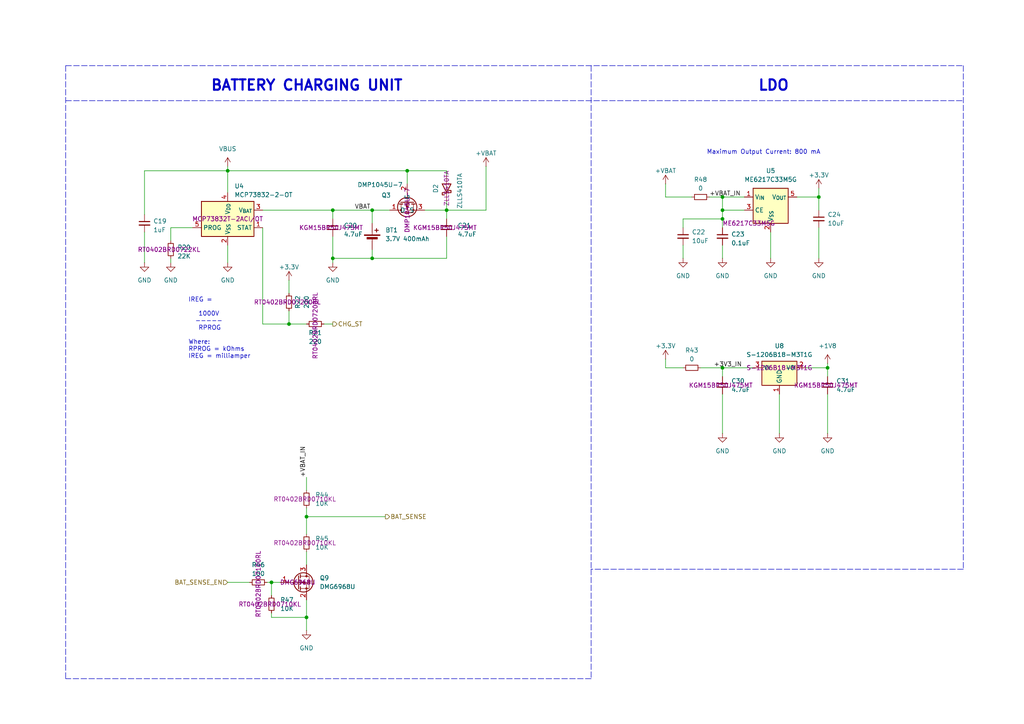
<source format=kicad_sch>
(kicad_sch (version 20250114) (generator "eeschema") (generator_version "9.0")
  (paper "A4")
  (lib_symbols
    (symbol "Battery_Management:MCP73832-2-OT"
      (property "Reference" "U" (at -7.62 6.35 0))
      (property "Value" "MCP73832-2-OT" (at 1.27 6.35 0))
      (symbol "MCP73832-2-OT_0_1"
        (rectangle (start -7.62 5.08) (end 7.62 -5.08) (stroke (width 0.254)) (fill (type background)))
      )
      (symbol "MCP73832-2-OT_1_1"
        (pin input line (at -10.16 -2.54 0) (length 2.54) (name "PROG") (number "5"))
        (pin power_in line (at 0 7.62 270) (length 2.54) (name "V_{DD}") (number "4"))
        (pin power_in line (at 0 -7.62 90) (length 2.54) (name "V_{SS}") (number "2"))
        (pin power_out line (at 10.16 2.54 180) (length 2.54) (name "V_{BAT}") (number "3"))
        (pin open_collector line (at 10.16 -2.54 180) (length 2.54) (name "STAT") (number "1"))
      )
    )
    (symbol "Device:Battery_Cell" (pin_numbers (hide yes)) (pin_names (offset 0) (hide yes))
      (property "Reference" "BT" (at 2.54 2.54 0))
      (property "Value" "Battery_Cell" (at 2.54 0 0))
      (symbol "Battery_Cell_0_1"
        (rectangle (start -2.286 1.778) (end 2.286 1.524) (fill (type outline)))
        (rectangle (start -1.524 1.016) (end 1.524 0.508) (fill (type outline)))
        (polyline (pts (xy 0 1.778) (xy 0 2.54)))
        (polyline (pts (xy 0 0.762) (xy 0 0)))
        (polyline (pts (xy 0.762 3.048) (xy 1.778 3.048)) (stroke (width 0.254)))
        (polyline (pts (xy 1.27 3.556) (xy 1.27 2.54)) (stroke (width 0.254)))
      )
      (symbol "Battery_Cell_1_1"
        (pin passive line (at 0 5.08 270) (length 2.54) (name "+") (number "1"))
        (pin passive line (at 0 -2.54 90) (length 2.54) (name "-") (number "2"))
      )
    )
    (symbol "Device:C_Small" (pin_numbers (hide yes)) (pin_names (offset 0.254) (hide yes))
      (property "Reference" "C" (at 0.254 1.778 0))
      (property "Value" "C_Small" (at 0.254 -2.032 0))
      (symbol "C_Small_0_1"
        (polyline (pts (xy -1.524 0.508) (xy 1.524 0.508)) (stroke (width 0.3048)))
        (polyline (pts (xy -1.524 -0.508) (xy 1.524 -0.508)) (stroke (width 0.3302)))
      )
      (symbol "C_Small_1_1"
        (pin passive line (at 0 2.54 270) (length 2.032) (name "~") (number "1"))
        (pin passive line (at 0 -2.54 90) (length 2.032) (name "~") (number "2"))
      )
    )
    (symbol "Device:D_Schottky" (pin_numbers (hide yes)) (pin_names (offset 1.016) (hide yes))
      (property "Reference" "D" (at 0 2.54 0))
      (property "Value" "D_Schottky" (at 0 -2.54 0))
      (symbol "D_Schottky_0_1"
        (polyline (pts (xy -1.905 0.635) (xy -1.905 1.27) (xy -1.27 1.27) (xy -1.27 -1.27) (xy -0.635 -1.27) (xy -0.635 -0.635)) (stroke (width 0.254)))
        (polyline (pts (xy 1.27 1.27) (xy 1.27 -1.27) (xy -1.27 0) (xy 1.27 1.27)) (stroke (width 0.254)))
        (polyline (pts (xy 1.27 0) (xy -1.27 0)))
      )
      (symbol "D_Schottky_1_1"
        (pin passive line (at -3.81 0 0) (length 2.54) (name "K") (number "1"))
        (pin passive line (at 3.81 0 180) (length 2.54) (name "A") (number "2"))
      )
    )
    (symbol "Device:R_Small" (pin_numbers (hide yes)) (pin_names (offset 0.254) (hide yes))
      (property "Reference" "R" (at 0.762 0.508 0))
      (property "Value" "R_Small" (at 0.762 -1.016 0))
      (symbol "R_Small_0_1"
        (rectangle (start -0.762 1.778) (end 0.762 -1.778) (stroke (width 0.2032)))
      )
      (symbol "R_Small_1_1"
        (pin passive line (at 0 2.54 270) (length 0.762) (name "~") (number "1"))
        (pin passive line (at 0 -2.54 90) (length 0.762) (name "~") (number "2"))
      )
    )
    (symbol "LDO:ME6217C33M5G"
      (property "Reference" "U" (at 1.524 13.208 0))
      (property "Value" "ME6217C33M5G" (at 8.382 11.176 0))
      (symbol "ME6217C33M5G_1_1"
        (rectangle (start 1.27 10.16) (end 11.43 0) (stroke (width 0.254)) (fill (type background)))
        (pin input line (at -1.27 7.62 0) (length 2.54) (name "V_{IN}") (number "1"))
        (pin power_in line (at -1.27 3.81 0) (length 2.54) (name "CE") (number "3"))
        (pin power_in line (at 6.35 -2.54 90) (length 2.54) (name "V_{SS}") (number "2"))
        (pin power_out line (at 13.97 7.62 180) (length 2.54) (name "V_{OUT}") (number "5"))
        (pin no_connect line (at 13.97 3.81 180) (length 2.54) (hide yes) (name "NC") (number "4"))
      )
    )
    (symbol "LDO:S-1206B18-M3T1G"
      (property "Reference" "U" (at -4.572 5.588 0))
      (property "Value" "S-1206B18-M3T1G" (at 4.318 3.302 0))
      (symbol "S-1206B18-M3T1G_0_1"
        (rectangle (start -5.08 1.905) (end 5.08 -5.08) (stroke (width 0.254)) (fill (type background)))
      )
      (symbol "S-1206B18-M3T1G_1_1"
        (pin power_in line (at -7.62 0 0) (length 2.54) (name "VI") (number "3"))
        (pin power_in line (at 0 -7.62 90) (length 2.54) (name "GND") (number "1"))
        (pin power_out line (at 7.62 0 180) (length 2.54) (name "VO") (number "2"))
      )
    )
    (symbol "SM_PMOS:DMP1045U-7"
      (property "Reference" "Q?" (at -3.81 4.318 0))
      (property "Value" "DMP1045U-7" (at 0 0 0))
      (symbol "DMP1045U-7_0_1"
        (polyline (pts (xy -2.286 1.905) (xy -2.286 -1.905)) (stroke (width 0.254)))
        (polyline (pts (xy -2.286 0) (xy -5.08 0)))
        (polyline (pts (xy -1.778 2.286) (xy -1.778 1.27)) (stroke (width 0.254)))
        (polyline (pts (xy -1.778 1.778) (xy 0.762 1.778) (xy 0.762 -1.778) (xy -1.778 -1.778)))
        (polyline (pts (xy -1.778 0.508) (xy -1.778 -0.508)) (stroke (width 0.254)))
        (polyline (pts (xy -1.778 -1.27) (xy -1.778 -2.286)) (stroke (width 0.254)))
        (circle (center -0.889 0) (radius 2.794) (stroke (width 0.254)))
        (polyline (pts (xy -0.254 0) (xy -1.27 0.381) (xy -1.27 -0.381) (xy -0.254 0)) (fill (type outline)))
        (polyline (pts (xy 0 2.54) (xy 0 1.778)))
        (circle (center 0 1.778) (radius 0.254) (fill (type outline)))
        (circle (center 0 -1.778) (radius 0.254) (fill (type outline)))
        (polyline (pts (xy 0 -2.54) (xy 0 0) (xy -1.778 0)))
        (polyline (pts (xy 0.254 -0.508) (xy 0.381 -0.381) (xy 1.143 -0.381) (xy 1.27 -0.254)))
        (polyline (pts (xy 0.762 -0.381) (xy 0.381 0.254) (xy 1.143 0.254) (xy 0.762 -0.381)))
      )
      (symbol "DMP1045U-7_1_1"
        (pin input line (at -7.62 0 0) (length 2.54) (name "G") (number "2"))
        (pin passive line (at 0 5.08 270) (length 2.54) (name "D") (number "1"))
        (pin passive line (at 0 -5.08 90) (length 2.54) (name "S") (number "3"))
      )
    )
    (symbol "Transistor_FET:DMG2302U" (pin_names (hide yes))
      (property "Reference" "Q" (at 5.08 1.905 0))
      (property "Value" "DMG2302U" (at 5.08 0 0))
      (symbol "DMG2302U_0_1"
        (polyline (pts (xy 0.254 1.905) (xy 0.254 -1.905)) (stroke (width 0.254)))
        (polyline (pts (xy 0.254 0) (xy -2.54 0)))
        (polyline (pts (xy 0.762 2.286) (xy 0.762 1.27)) (stroke (width 0.254)))
        (polyline (pts (xy 0.762 0.508) (xy 0.762 -0.508)) (stroke (width 0.254)))
        (polyline (pts (xy 0.762 -1.27) (xy 0.762 -2.286)) (stroke (width 0.254)))
        (polyline (pts (xy 0.762 -1.778) (xy 3.302 -1.778) (xy 3.302 1.778) (xy 0.762 1.778)))
        (polyline (pts (xy 1.016 0) (xy 2.032 0.381) (xy 2.032 -0.381) (xy 1.016 0)) (fill (type outline)))
        (circle (center 1.651 0) (radius 2.794) (stroke (width 0.254)))
        (polyline (pts (xy 2.54 2.54) (xy 2.54 1.778)))
        (circle (center 2.54 1.778) (radius 0.254) (fill (type outline)))
        (circle (center 2.54 -1.778) (radius 0.254) (fill (type outline)))
        (polyline (pts (xy 2.54 -2.54) (xy 2.54 0) (xy 0.762 0)))
        (polyline (pts (xy 2.794 0.508) (xy 2.921 0.381) (xy 3.683 0.381) (xy 3.81 0.254)))
        (polyline (pts (xy 3.302 0.381) (xy 2.921 -0.254) (xy 3.683 -0.254) (xy 3.302 0.381)))
      )
      (symbol "DMG2302U_1_1"
        (pin input line (at -5.08 0 0) (length 2.54) (name "G") (number "1"))
        (pin passive line (at 2.54 5.08 270) (length 2.54) (name "D") (number "3"))
        (pin passive line (at 2.54 -5.08 90) (length 2.54) (name "S") (number "2"))
      )
    )
    (symbol "power:+3.3V" (power) (pin_numbers (hide yes)) (pin_names (offset 0) (hide yes))
      (property "Value" "+3.3V" (at 0 3.556 0))
      (symbol "+3.3V_0_1"
        (polyline (pts (xy -0.762 1.27) (xy 0 2.54)))
        (polyline (pts (xy 0 2.54) (xy 0.762 1.27)))
        (polyline (pts (xy 0 0) (xy 0 2.54)))
      )
      (symbol "+3.3V_1_1"
        (pin power_in line (at 0 0 90) (length 0) (name "~") (number "1"))
      )
    )
    (symbol "power:+5V" (power) (pin_numbers (hide yes)) (pin_names (offset 0) (hide yes))
      (property "Value" "+5V" (at 0 3.556 0))
      (symbol "+5V_0_1"
        (polyline (pts (xy -0.762 1.27) (xy 0 2.54)))
        (polyline (pts (xy 0 2.54) (xy 0.762 1.27)))
        (polyline (pts (xy 0 0) (xy 0 2.54)))
      )
      (symbol "+5V_1_1"
        (pin power_in line (at 0 0 90) (length 0) (name "~") (number "1"))
      )
    )
    (symbol "power:GND" (power) (pin_numbers (hide yes)) (pin_names (offset 0) (hide yes))
      (property "Value" "GND" (at 0 -3.81 0))
      (symbol "GND_0_1"
        (polyline (pts (xy 0 0) (xy 0 -1.27) (xy 1.27 -1.27) (xy 0 -2.54) (xy -1.27 -1.27) (xy 0 -1.27)))
      )
      (symbol "GND_1_1"
        (pin power_in line (at 0 0 270) (length 0) (name "~") (number "1"))
      )
    )
    (symbol "power:VBUS" (power) (pin_numbers (hide yes)) (pin_names (offset 0) (hide yes))
      (property "Value" "VBUS" (at 0 3.556 0))
      (symbol "VBUS_0_1"
        (polyline (pts (xy -0.762 1.27) (xy 0 2.54)))
        (polyline (pts (xy 0 2.54) (xy 0.762 1.27)))
        (polyline (pts (xy 0 0) (xy 0 2.54)))
      )
      (symbol "VBUS_1_1"
        (pin power_in line (at 0 0 90) (length 0) (name "~") (number "1"))
      )
    )
  )
  (text "Maximum Output Current: 800 mA" (at 221.488 44.196 0) (effects (font (size 1.27 1.27))))
  (text "LDO\n" (at 219.71 26.67 0) (effects (font (size 3 3) (bold yes)) (justify left bottom)))
  (text "BATTERY CHARGING UNIT" (at 60.96 26.67 0) (effects (font (size 3 3) (bold yes)) (justify left bottom)))
  (text "IREG = \n\n   1000V\n  -----\n   RPROG\n\nWhere:\nRPROG = kOhms\nIREG = milliamper" (at 54.61 104.14 0) (effects (font (size 1.27 1.27)) (justify left bottom)))
  (junction (at 78.74 168.91))
  (junction (at 107.95 60.96))
  (junction (at 209.55 106.68))
  (junction (at 240.03 106.68))
  (junction (at 129.54 60.96))
  (junction (at 237.49 57.15))
  (junction (at 107.95 74.93))
  (junction (at 209.55 63.5))
  (junction (at 96.52 60.96))
  (junction (at 96.52 74.93))
  (junction (at 66.04 49.53))
  (junction (at 118.11 49.53))
  (junction (at 209.55 57.15))
  (junction (at 88.9 179.07))
  (junction (at 209.55 60.96))
  (junction (at 88.9 149.86))
  (junction (at 83.82 93.98))
  (wire (pts (xy 231.14 57.15) (xy 237.49 57.15)))
  (wire (pts (xy 76.2 93.98) (xy 83.82 93.98)))
  (wire (pts (xy 96.52 60.96) (xy 96.52 63.5)))
  (wire (pts (xy 96.52 74.93) (xy 107.95 74.93)))
  (wire (pts (xy 237.49 57.15) (xy 237.49 60.96)))
  (polyline (pts (xy 19.05 19.05) (xy 279.4 19.05)) (stroke (width 0) (type dash)))
  (wire (pts (xy 41.91 67.31) (xy 41.91 76.2)))
  (wire (pts (xy 129.54 58.42) (xy 129.54 60.96)))
  (wire (pts (xy 240.03 114.3) (xy 240.03 125.73)))
  (wire (pts (xy 198.12 63.5) (xy 209.55 63.5)))
  (wire (pts (xy 129.54 50.8) (xy 129.54 49.53)))
  (wire (pts (xy 83.82 81.28) (xy 83.82 85.09)))
  (wire (pts (xy 88.9 149.86) (xy 111.76 149.86)))
  (wire (pts (xy 129.54 49.53) (xy 118.11 49.53)))
  (wire (pts (xy 129.54 60.96) (xy 123.19 60.96)))
  (wire (pts (xy 88.9 179.07) (xy 88.9 182.88)))
  (wire (pts (xy 209.55 60.96) (xy 215.9 60.96)))
  (polyline (pts (xy 171.45 19.05) (xy 171.45 165.1)) (stroke (width 0) (type dash)))
  (wire (pts (xy 193.04 57.15) (xy 200.66 57.15)))
  (wire (pts (xy 193.04 53.34) (xy 193.04 57.15)))
  (wire (pts (xy 209.55 106.68) (xy 218.44 106.68)))
  (polyline (pts (xy 171.45 165.1) (xy 171.45 196.85)) (stroke (width 0) (type dash)))
  (wire (pts (xy 83.82 90.17) (xy 83.82 93.98)))
  (wire (pts (xy 96.52 60.96) (xy 107.95 60.96)))
  (wire (pts (xy 78.74 177.8) (xy 78.74 179.07)))
  (wire (pts (xy 76.2 93.98) (xy 76.2 66.04)))
  (polyline (pts (xy 279.4 19.05) (xy 279.4 165.1)) (stroke (width 0) (type dash)))
  (wire (pts (xy 107.95 60.96) (xy 113.03 60.96)))
  (wire (pts (xy 76.2 60.96) (xy 96.52 60.96)))
  (wire (pts (xy 107.95 74.93) (xy 129.54 74.93)))
  (wire (pts (xy 209.55 114.3) (xy 209.55 125.73)))
  (wire (pts (xy 66.04 49.53) (xy 66.04 55.88)))
  (wire (pts (xy 118.11 49.53) (xy 118.11 53.34)))
  (wire (pts (xy 88.9 173.99) (xy 88.9 179.07)))
  (wire (pts (xy 129.54 68.58) (xy 129.54 74.93)))
  (wire (pts (xy 88.9 149.86) (xy 88.9 154.94)))
  (wire (pts (xy 66.04 49.53) (xy 118.11 49.53)))
  (wire (pts (xy 66.04 168.91) (xy 72.39 168.91)))
  (wire (pts (xy 226.06 114.3) (xy 226.06 125.73)))
  (wire (pts (xy 193.04 106.68) (xy 198.12 106.68)))
  (wire (pts (xy 233.68 106.68) (xy 240.03 106.68)))
  (wire (pts (xy 209.55 71.12) (xy 209.55 74.93)))
  (wire (pts (xy 96.52 93.98) (xy 93.98 93.98)))
  (polyline (pts (xy 19.05 19.05) (xy 19.05 196.85)) (stroke (width 0) (type dash)))
  (wire (pts (xy 209.55 57.15) (xy 215.9 57.15)))
  (wire (pts (xy 66.04 48.26) (xy 66.04 49.53)))
  (wire (pts (xy 223.52 74.93) (xy 223.52 67.31)))
  (wire (pts (xy 78.74 168.91) (xy 81.28 168.91)))
  (wire (pts (xy 240.03 106.68) (xy 240.03 109.22)))
  (wire (pts (xy 237.49 66.04) (xy 237.49 74.93)))
  (wire (pts (xy 140.97 48.26) (xy 140.97 60.96)))
  (wire (pts (xy 107.95 72.39) (xy 107.95 74.93)))
  (wire (pts (xy 193.04 104.14) (xy 193.04 106.68)))
  (polyline (pts (xy 171.45 196.85) (xy 19.05 196.85)) (stroke (width 0) (type dash)))
  (wire (pts (xy 198.12 71.12) (xy 198.12 74.93)))
  (wire (pts (xy 209.55 60.96) (xy 209.55 63.5)))
  (wire (pts (xy 129.54 60.96) (xy 129.54 63.5)))
  (polyline (pts (xy 19.05 29.21) (xy 279.4 29.21)) (stroke (width 0) (type dash)))
  (wire (pts (xy 41.91 49.53) (xy 41.91 62.23)))
  (wire (pts (xy 203.2 106.68) (xy 209.55 106.68)))
  (wire (pts (xy 240.03 105.41) (xy 240.03 106.68)))
  (wire (pts (xy 77.47 168.91) (xy 78.74 168.91)))
  (wire (pts (xy 41.91 49.53) (xy 66.04 49.53)))
  (wire (pts (xy 49.53 74.93) (xy 49.53 76.2)))
  (wire (pts (xy 88.9 147.32) (xy 88.9 149.86)))
  (wire (pts (xy 49.53 66.04) (xy 49.53 69.85)))
  (wire (pts (xy 88.9 138.43) (xy 88.9 142.24)))
  (wire (pts (xy 66.04 71.12) (xy 66.04 76.2)))
  (wire (pts (xy 78.74 179.07) (xy 88.9 179.07)))
  (wire (pts (xy 129.54 60.96) (xy 140.97 60.96)))
  (wire (pts (xy 55.88 66.04) (xy 49.53 66.04)))
  (wire (pts (xy 107.95 60.96) (xy 107.95 64.77)))
  (wire (pts (xy 198.12 66.04) (xy 198.12 63.5)))
  (wire (pts (xy 78.74 172.72) (xy 78.74 168.91)))
  (wire (pts (xy 209.55 63.5) (xy 209.55 66.04)))
  (wire (pts (xy 205.74 57.15) (xy 209.55 57.15)))
  (wire (pts (xy 209.55 57.15) (xy 209.55 60.96)))
  (wire (pts (xy 96.52 68.58) (xy 96.52 74.93)))
  (wire (pts (xy 237.49 54.61) (xy 237.49 57.15)))
  (wire (pts (xy 83.82 93.98) (xy 88.9 93.98)))
  (wire (pts (xy 209.55 106.68) (xy 209.55 109.22)))
  (polyline (pts (xy 279.4 165.1) (xy 171.45 165.1)) (stroke (width 0) (type dash)))
  (wire (pts (xy 88.9 160.02) (xy 88.9 163.83)))
  (wire (pts (xy 96.52 74.93) (xy 96.52 76.2)))
  (label "+3V3_IN" (at 207.01 106.68 0))
  (label "VBAT" (at 102.87 60.96 0))
  (label "+VBAT_IN" (at 205.74 57.15 0))
  (label "+VBAT_IN" (at 88.9 138.43 90))
  (hierarchical_label "BAT_SENSE" (shape output) (at 111.76 149.86 0))
  (hierarchical_label "BAT_SENSE_EN" (shape input) (at 66.04 168.91 180))
  (hierarchical_label "CHG_ST" (shape output) (at 96.52 93.98 0))
  (symbol (lib_id "SM_PMOS:DMP1045U-7") (at 118.11 60.96 90) (mirror x) (unit 1)
    (property "Reference" "Q3" (at 112.014 56.642 90))
    (property "Value" "DMP1045U-7" (at 110.236 53.594 90))
    (property "Footprint" "Package_TO_SOT_SMD:SOT-23-3" (effects (hide yes)))
    (property "MPN" "DMP1045U-7" (at 118.11 60.96 0))
  )
  (symbol (lib_id "Device:C_Small") (at 198.12 68.58 0) (unit 1)
    (property "Reference" "C22" (at 200.66 67.3162 0) (effects (justify left)))
    (property "Value" "10uF" (at 200.66 69.8562 0) (effects (justify left)))
    (property "Footprint" "Capacitor_SMD:C_0402_1005Metric_Pad0.74x0.62mm_HandSolder" (effects (hide yes)))
    (property "Description" "Unpolarized capacitor, small symbol" (effects (hide yes)))
  )
  (symbol (lib_id "power:GND") (at 96.52 76.2 0) (unit 1)
    (property "Reference" "#PWR037" (effects (hide yes)))
    (property "Value" "GND" (at 96.52 81.28 0))
    (property "Description" "Power symbol creates a global label with name \"GND\" , ground" (effects (hide yes)))
  )
  (symbol (lib_id "power:+3.3V") (at 83.82 81.28 0) (unit 1)
    (property "Reference" "#PWR031" (effects (hide yes)))
    (property "Value" "+3.3V" (at 83.82 77.47 0))
    (property "Description" "Power symbol creates a global label with name \"+3.3V\"" (effects (hide yes)))
  )
  (symbol (lib_id "power:+3.3V") (at 237.49 54.61 0) (unit 1)
    (property "Reference" "#PWR043" (effects (hide yes)))
    (property "Value" "+3.3V" (at 237.49 50.8 0))
    (property "Description" "Power symbol creates a global label with name \"+3.3V\"" (effects (hide yes)))
  )
  (symbol (lib_id "LDO:ME6217C33M5G") (at 217.17 64.77 0) (unit 1)
    (property "Reference" "U5" (at 223.52 49.53 0))
    (property "Value" "ME6217C33M5G" (at 223.52 52.07 0))
    (property "Footprint" "Package_TO_SOT_SMD:SOT-23-5" (effects (hide yes)))
    (property "Datasheet" "https://www.lcsc.com/datasheet/lcsc_datasheet_1912111437_MICRONE-Nanjing-Micro-One-Elec-ME6217C33M5G_C427602.pdf" (effects (hide yes)))
    (property "MPN" "ME6217C33M5G" (at 217.17 64.77 0))
  )
  (symbol (lib_id "power:GND") (at 209.55 125.73 0) (unit 1)
    (property "Reference" "#PWR080" (effects (hide yes)))
    (property "Value" "GND" (at 209.55 130.81 0))
    (property "Description" "Power symbol creates a global label with name \"GND\" , ground" (effects (hide yes)))
  )
  (symbol (lib_id "power:GND") (at 237.49 74.93 0) (unit 1)
    (property "Reference" "#PWR044" (effects (hide yes)))
    (property "Value" "GND" (at 237.49 80.01 0))
    (property "Description" "Power symbol creates a global label with name \"GND\" , ground" (effects (hide yes)))
  )
  (symbol (lib_id "Device:R_Small") (at 78.74 175.26 0) (unit 1)
    (property "Reference" "R47" (at 81.28 173.9899 0) (effects (justify left)))
    (property "Value" "10K" (at 81.28 176.5299 0) (effects (justify left)))
    (property "Footprint" "Resistor_SMD:R_0402_1005Metric_Pad0.72x0.64mm_HandSolder" (effects (hide yes)))
    (property "Description" "Resistor, small symbol" (effects (hide yes)))
    (property "MPN" "RT0402BRD0710KL " (at 78.74 175.26 0))
  )
  (symbol (lib_id "Device:D_Schottky") (at 129.54 54.61 90) (unit 1)
    (property "Reference" "D2" (at 126.365 53.34 0) (effects (justify right)))
    (property "Value" "ZLLS410TA" (at 133.35 50.165 0) (effects (justify right)))
    (property "Footprint" "Diode_SMD:D_SOD-323F" (effects (hide yes)))
    (property "Description" "Schottky diode" (effects (hide yes)))
    (property "MPN" "ZLLS410TA" (at 129.54 54.61 0))
  )
  (symbol (lib_id "Device:Battery_Cell") (at 107.95 69.85 0) (unit 1)
    (property "Reference" "BT1" (at 111.76 66.7384 0) (effects (justify left)))
    (property "Value" "3.7V 400mAh" (at 111.76 69.2784 0) (effects (justify left)))
    (property "Footprint" "BATTERY:WLY902025" (effects (hide yes)))
    (property "Description" "Single-cell battery" (effects (hide yes)))
  )
  (symbol (lib_id "Device:C_Small") (at 41.91 64.77 0) (unit 1)
    (property "Reference" "C19" (at 44.45 64.1413 0) (effects (justify left)))
    (property "Value" "1uF" (at 44.45 66.6813 0) (effects (justify left)))
    (property "Footprint" "Capacitor_SMD:C_0603_1608Metric" (effects (hide yes)))
    (property "Description" "Unpolarized capacitor, small symbol" (effects (hide yes)))
  )
  (symbol (lib_id "power:GND") (at 226.06 125.73 0) (unit 1)
    (property "Reference" "#PWR076" (effects (hide yes)))
    (property "Value" "GND" (at 226.06 130.81 0))
    (property "Description" "Power symbol creates a global label with name \"GND\" , ground" (effects (hide yes)))
  )
  (symbol (lib_id "Device:C_Small") (at 209.55 68.58 0) (unit 1)
    (property "Reference" "C23" (at 212.09 67.9513 0) (effects (justify left)))
    (property "Value" "0.1uF" (at 212.09 70.4913 0) (effects (justify left)))
    (property "Footprint" "Capacitor_SMD:C_0402_1005Metric_Pad0.74x0.62mm_HandSolder" (effects (hide yes)))
    (property "Description" "Unpolarized capacitor, small symbol" (effects (hide yes)))
  )
  (symbol (lib_id "Device:R_Small") (at 203.2 57.15 90) (unit 1)
    (property "Reference" "R48" (at 203.2 52.07 90))
    (property "Value" "0" (at 203.2 54.61 90))
    (property "Footprint" "Resistor_SMD:R_0402_1005Metric_Pad0.72x0.64mm_HandSolder" (effects (hide yes)))
    (property "Description" "Resistor, small symbol" (effects (hide yes)))
  )
  (symbol (lib_id "Device:R_Small") (at 83.82 87.63 180) (unit 1)
    (property "Reference" "R22" (at 86.36 87.63 90))
    (property "Value" "220" (at 88.9 87.63 90))
    (property "Footprint" "Resistor_SMD:R_0402_1005Metric_Pad0.72x0.64mm_HandSolder" (effects (hide yes)))
    (property "Description" "Resistor, small symbol" (effects (hide yes)))
    (property "MPN" "RT0402BRD07200RL " (at 83.82 87.63 0))
  )
  (symbol (lib_id "power:+3.3V") (at 240.03 105.41 0) (mirror y) (unit 1)
    (property "Reference" "#PWR075" (effects (hide yes)))
    (property "Value" "+1V8" (at 240.03 100.33 0))
    (property "Description" "Power symbol creates a global label with name \"+3.3V\"" (effects (hide yes)))
  )
  (symbol (lib_id "power:GND") (at 49.53 76.2 0) (unit 1)
    (property "Reference" "#PWR034" (effects (hide yes)))
    (property "Value" "GND" (at 49.53 81.28 0))
    (property "Description" "Power symbol creates a global label with name \"GND\" , ground" (effects (hide yes)))
  )
  (symbol (lib_id "power:VBUS") (at 66.04 48.26 0) (unit 1)
    (property "Reference" "#PWR035" (effects (hide yes)))
    (property "Value" "VBUS" (at 66.04 43.18 0))
    (property "Description" "Power symbol creates a global label with name \"VBUS\"" (effects (hide yes)))
    (instances (project "BEEWATCH" (path "" (reference "#PWR?") (unit 1)) (path "" (reference "#PWR?") (unit 1)) (path "" (reference "#PWR035") (unit 1))))
  )
  (symbol (lib_id "Device:R_Small") (at 88.9 144.78 0) (unit 1)
    (property "Reference" "R44" (at 91.44 143.5099 0) (effects (justify left)))
    (property "Value" "10K" (at 91.44 146.0499 0) (effects (justify left)))
    (property "Footprint" "Resistor_SMD:R_0402_1005Metric_Pad0.72x0.64mm_HandSolder" (effects (hide yes)))
    (property "Description" "Resistor, small symbol" (effects (hide yes)))
    (property "MPN" "RT0402BRD0710KL " (at 88.9 144.78 0))
  )
  (symbol (lib_id "power:+5V") (at 140.97 48.26 0) (unit 1)
    (property "Reference" "#PWR038" (effects (hide yes)))
    (property "Value" "+VBAT" (at 140.97 44.45 0))
    (property "Description" "Power symbol creates a global label with name \"+5V\"" (effects (hide yes)))
  )
  (symbol (lib_id "Device:C_Small") (at 96.52 66.04 0) (unit 1)
    (property "Reference" "C20" (at 99.695 65.4113 0) (effects (justify left)))
    (property "Value" "4.7uF" (at 99.695 67.9513 0) (effects (justify left)))
    (property "Footprint" "Capacitor_SMD:C_0603_1608Metric" (effects (hide yes)))
    (property "Description" "Unpolarized capacitor, small symbol" (effects (hide yes)))
    (property "MPN" "KGM15BR50J475MT " (at 96.52 66.04 0))
  )
  (symbol (lib_id "Device:C_Small") (at 237.49 63.5 0) (unit 1)
    (property "Reference" "C24" (at 240.03 62.2362 0) (effects (justify left)))
    (property "Value" "10uF" (at 240.03 64.7762 0) (effects (justify left)))
    (property "Footprint" "Capacitor_SMD:C_0603_1608Metric" (effects (hide yes)))
    (property "Description" "Unpolarized capacitor, small symbol" (effects (hide yes)))
  )
  (symbol (lib_id "Device:R_Small") (at 74.93 168.91 90) (unit 1)
    (property "Reference" "R46" (at 74.93 163.83 90))
    (property "Value" "100" (at 74.93 166.37 90))
    (property "Footprint" "Resistor_SMD:R_0402_1005Metric_Pad0.72x0.64mm_HandSolder" (effects (hide yes)))
    (property "Description" "Resistor, small symbol" (effects (hide yes)))
    (property "MPN" "RT0402BRD07100RL " (at 74.93 168.91 0))
  )
  (symbol (lib_id "power:GND") (at 88.9 182.88 0) (unit 1)
    (property "Reference" "#PWR030" (effects (hide yes)))
    (property "Value" "GND" (at 88.9 187.96 0))
    (property "Description" "Power symbol creates a global label with name \"GND\" , ground" (effects (hide yes)))
  )
  (symbol (lib_id "Device:R_Small") (at 88.9 157.48 0) (unit 1)
    (property "Reference" "R45" (at 91.44 156.2099 0) (effects (justify left)))
    (property "Value" "10K" (at 91.44 158.7499 0) (effects (justify left)))
    (property "Footprint" "Resistor_SMD:R_0402_1005Metric_Pad0.72x0.64mm_HandSolder" (effects (hide yes)))
    (property "Description" "Resistor, small symbol" (effects (hide yes)))
    (property "MPN" "RT0402BRD0710KL " (at 88.9 157.48 0))
  )
  (symbol (lib_id "power:+5V") (at 193.04 53.34 0) (unit 1)
    (property "Reference" "#PWR040" (effects (hide yes)))
    (property "Value" "+VBAT" (at 193.04 49.53 0))
    (property "Description" "Power symbol creates a global label with name \"+5V\"" (effects (hide yes)))
  )
  (symbol (lib_id "Device:R_Small") (at 49.53 72.39 0) (unit 1)
    (property "Reference" "R20" (at 51.435 71.755 0) (effects (justify left)))
    (property "Value" "22K" (at 51.435 74.295 0) (effects (justify left)))
    (property "Footprint" "Resistor_SMD:R_0402_1005Metric_Pad0.72x0.64mm_HandSolder" (effects (hide yes)))
    (property "Description" "Resistor, small symbol" (effects (hide yes)))
    (property "MPN" "RT0402BRD0722KL " (at 49.53 72.39 0))
  )
  (symbol (lib_id "Device:R_Small") (at 91.44 93.98 90) (unit 1)
    (property "Reference" "R21" (at 91.44 96.52 90))
    (property "Value" "220" (at 91.44 99.06 90))
    (property "Footprint" "Resistor_SMD:R_0402_1005Metric_Pad0.72x0.64mm_HandSolder" (effects (hide yes)))
    (property "Description" "Resistor, small symbol" (effects (hide yes)))
    (property "MPN" "RT0402BRD07200RL " (at 91.44 93.98 0))
  )
  (symbol (lib_id "power:GND") (at 198.12 74.93 0) (unit 1)
    (property "Reference" "#PWR039" (effects (hide yes)))
    (property "Value" "GND" (at 198.12 80.01 0))
    (property "Description" "Power symbol creates a global label with name \"GND\" , ground" (effects (hide yes)))
  )
  (symbol (lib_id "Device:R_Small") (at 200.66 106.68 90) (unit 1)
    (property "Reference" "R43" (at 200.66 101.6 90))
    (property "Value" "0" (at 200.66 104.14 90))
    (property "Footprint" "Resistor_SMD:R_0402_1005Metric_Pad0.72x0.64mm_HandSolder" (effects (hide yes)))
    (property "Description" "Resistor, small symbol" (effects (hide yes)))
  )
  (symbol (lib_id "Transistor_FET:DMG2302U") (at 86.36 168.91 0) (unit 1)
    (property "Reference" "Q9" (at 92.71 167.6399 0) (effects (justify left)))
    (property "Value" "DMG6968U" (at 92.71 170.1799 0) (effects (justify left)))
    (property "Footprint" "Package_TO_SOT_SMD:SOT-23" (effects (hide yes)))
    (property "Datasheet" "http://www.diodes.com/assets/Datasheets/DMG2302U.pdf" (effects (hide yes)))
    (property "Description" "4.2A Id, 20V Vds, N-Channel MOSFET, SOT-23" (effects (hide yes)))
    (property "MPN" "DMG6968U" (at 86.36 168.91 0))
  )
  (symbol (lib_id "Battery_Management:MCP73832-2-OT") (at 66.04 63.5 0) (unit 1)
    (property "Reference" "U4" (at 67.9959 53.975 0) (effects (justify left)))
    (property "Value" "MCP73832-2-OT" (at 67.9959 56.515 0) (effects (justify left)))
    (property "Footprint" "Package_TO_SOT_SMD:SOT-23-5" (effects (hide yes)))
    (property "Datasheet" "http://ww1.microchip.com/downloads/en/DeviceDoc/20001984g.pdf" (effects (hide yes)))
    (property "Description" "Single cell, Li-Ion/Li-Po charge management controller, 4.20V, Open-Drain Status Output, in SOT23-5 package" (effects (hide yes)))
    (property "MPN" "MCP73832T-2ACI/OT" (at 66.04 63.5 0))
  )
  (symbol (lib_id "power:+3.3V") (at 193.04 104.14 0) (unit 1)
    (property "Reference" "#PWR073" (effects (hide yes)))
    (property "Value" "+3.3V" (at 193.04 100.33 0))
    (property "Description" "Power symbol creates a global label with name \"+3.3V\"" (effects (hide yes)))
  )
  (symbol (lib_id "power:GND") (at 41.91 76.2 0) (unit 1)
    (property "Reference" "#PWR033" (effects (hide yes)))
    (property "Value" "GND" (at 41.91 81.28 0))
    (property "Description" "Power symbol creates a global label with name \"GND\" , ground" (effects (hide yes)))
  )
  (symbol (lib_id "Device:C_Small") (at 129.54 66.04 0) (unit 1)
    (property "Reference" "C21" (at 132.715 65.4113 0) (effects (justify left)))
    (property "Value" "4.7uF" (at 132.715 67.9513 0) (effects (justify left)))
    (property "Footprint" "Capacitor_SMD:C_0603_1608Metric" (effects (hide yes)))
    (property "Description" "Unpolarized capacitor, small symbol" (effects (hide yes)))
    (property "MPN" "KGM15BR50J475MT " (at 129.54 66.04 0))
  )
  (symbol (lib_id "power:GND") (at 66.04 76.2 0) (unit 1)
    (property "Reference" "#PWR036" (effects (hide yes)))
    (property "Value" "GND" (at 66.04 81.28 0))
    (property "Description" "Power symbol creates a global label with name \"GND\" , ground" (effects (hide yes)))
  )
  (symbol (lib_id "power:GND") (at 209.55 74.93 0) (unit 1)
    (property "Reference" "#PWR041" (effects (hide yes)))
    (property "Value" "GND" (at 209.55 80.01 0))
    (property "Description" "Power symbol creates a global label with name \"GND\" , ground" (effects (hide yes)))
  )
  (symbol (lib_id "power:GND") (at 240.03 125.73 0) (unit 1)
    (property "Reference" "#PWR081" (effects (hide yes)))
    (property "Value" "GND" (at 240.03 130.81 0))
    (property "Description" "Power symbol creates a global label with name \"GND\" , ground" (effects (hide yes)))
  )
  (symbol (lib_id "LDO:S-1206B18-M3T1G") (at 226.06 106.68 0) (unit 1)
    (property "Reference" "U8" (at 226.06 100.33 0))
    (property "Value" "S-1206B18-M3T1G" (at 226.06 102.87 0))
    (property "Footprint" "Package_TO_SOT_SMD:SOT-23-3" (effects (hide yes)))
    (property "MPN" "S-1206B18-M3T1G" (at 226.06 106.68 0))
  )
  (symbol (lib_id "Device:C_Small") (at 240.03 111.76 0) (unit 1)
    (property "Reference" "C31" (at 242.57 110.4962 0) (effects (justify left)))
    (property "Value" "4.7uF" (at 242.57 113.0362 0) (effects (justify left)))
    (property "Footprint" "Capacitor_SMD:C_0603_1608Metric" (effects (hide yes)))
    (property "Description" "Unpolarized capacitor, small symbol" (effects (hide yes)))
    (property "MPN" "KGM15BR50J475MT " (at 240.03 111.76 0))
  )
  (symbol (lib_id "power:GND") (at 223.52 74.93 0) (unit 1)
    (property "Reference" "#PWR042" (effects (hide yes)))
    (property "Value" "GND" (at 223.52 80.01 0))
    (property "Description" "Power symbol creates a global label with name \"GND\" , ground" (effects (hide yes)))
  )
  (symbol (lib_id "Device:C_Small") (at 209.55 111.76 0) (unit 1)
    (property "Reference" "C30" (at 212.09 110.4962 0) (effects (justify left)))
    (property "Value" "4.7uF" (at 212.09 113.0362 0) (effects (justify left)))
    (property "Footprint" "Capacitor_SMD:C_0603_1608Metric" (effects (hide yes)))
    (property "Description" "Unpolarized capacitor, small symbol" (effects (hide yes)))
    (property "MPN" "KGM15BR50J475MT " (at 209.55 111.76 0))
  )
)
</source>
